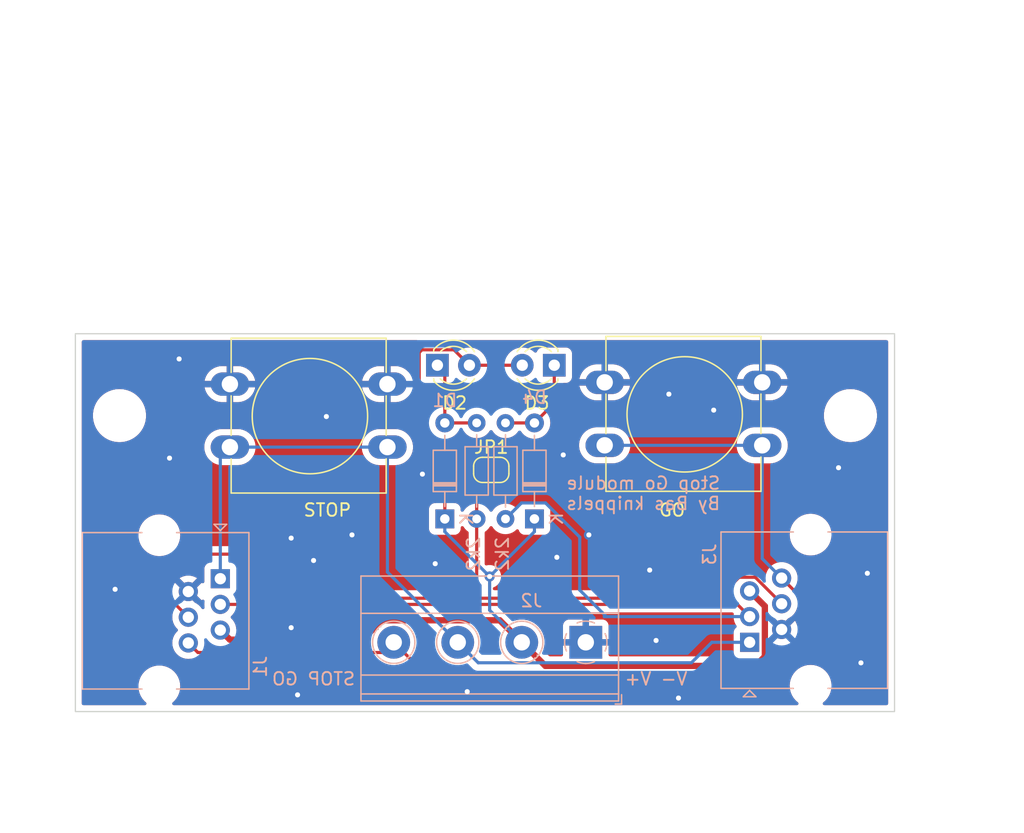
<source format=kicad_pcb>
(kicad_pcb (version 20221018) (generator pcbnew)
  (layers (0 "F.Cu" signal) (31 "B.Cu" signal) (34 "B.Paste" user) (35 "F.Paste" user) (36 "B.SilkS" user "B.Silkscreen") (37 "F.SilkS" user "F.Silkscreen") (38 "B.Mask" user) (39 "F.Mask" user) (44 "Edge.Cuts" user))
  (net 0 "")
  (net 1 "GND")
  (net 2 "/STOP")
  (net 3 "/STOP_LED")
  (net 4 "/GO_LED")
  (net 5 "VCC")
  (net 6 "/GO")
  (net 7 "Net-(D2-Pad1)")
  (net 8 "Net-(D3-Pad1)")
  (footprint "Jumper:SolderJumper-2_P1.3mm_Open_RoundedPad1.0x1.5mm" (layer "F.Cu") (at 166.5 88.31)
    (fp_text reference "JP1" (at 0 -1.8) (layer "F.SilkS"))
    (fp_text value "SolderJumper_2_Open")
    (fp_line (start -1.4 0.3) (end -1.4 -0.3) (stroke (width 0.12)) (layer "F.SilkS"))
    (fp_line (start -0.7 -1) (end 0.7 -1) (stroke (width 0.12)) (layer "F.SilkS"))
    (fp_line (start 0.7 1) (end -0.7 1) (stroke (width 0.12)) (layer "F.SilkS"))
    (fp_line (start 1.4 -0.3) (end 1.4 0.3) (stroke (width 0.12)) (layer "F.SilkS"))
    (fp_arc (start -1.4 -0.3) (mid -1.194975 -0.794975) (end -0.7 -1) (stroke (width 0.12)) (layer "F.SilkS"))
    (fp_arc (start -0.7 1) (mid -1.194975 0.794975) (end -1.4 0.3) (stroke (width 0.12)) (layer "F.SilkS"))
    (fp_arc (start 0.7 -1) (mid 1.194975 -0.794975) (end 1.4 -0.3) (stroke (width 0.12)) (layer "F.SilkS"))
    (fp_arc (start 1.4 0.3) (mid 1.194975 0.794975) (end 0.7 1) (stroke (width 0.12)) (layer "F.SilkS"))
    (pad "1" smd custom (at -0.65 0) (size 1 0.5) (layers "F.Cu" "F.Mask") (net 4 "/GO_LED") (options (clearance outline) (anchor rect)) (primitives (gr_circle (center 0 0.25) (end 0.5 0.25) (width 0) (fill yes)) (gr_circle (center 0 -0.25) (end 0.5 -0.25) (width 0) (fill yes)) (gr_poly (pts (xy 0.5 0.75) (xy 0 0.75) (xy 0 -0.75) (xy 0.5 -0.75)) (width 0) (fill yes))))
    (pad "2" smd custom (at 0.65 0) (size 1 0.5) (layers "F.Cu" "F.Mask") (net 1 "GND") (options (clearance outline) (anchor rect)) (primitives (gr_circle (center 0 0.25) (end 0.5 0.25) (width 0) (fill yes)) (gr_circle (center 0 -0.25) (end 0.5 -0.25) (width 0) (fill yes)) (gr_poly (pts (xy 0 0.75) (xy -0.5 0.75) (xy -0.5 -0.75) (xy 0 -0.75)) (width 0) (fill yes))))
  )
  (footprint "LED_THT:LED_D3.0mm" (layer "F.Cu") (at 171.5 80 180)
    (fp_text reference "D3" (at 1.366487 -3) (layer "F.SilkS"))
    (fp_text value "LED")
    (fp_line (start -0.29 -1.236) (end -0.29 -1.08) (stroke (width 0.12)) (layer "F.SilkS"))
    (fp_line (start -0.29 1.08) (end -0.29 1.236) (stroke (width 0.12)) (layer "F.SilkS"))
    (fp_arc (start -0.29 -1.235516) (mid 1.366487 -1.987659) (end 2.942335 -1.078608) (stroke (width 0.12)) (layer "F.SilkS"))
    (fp_arc (start 0.229039 -1.08) (mid 1.270117 -1.5) (end 2.31113 -1.079837) (stroke (width 0.12)) (layer "F.SilkS"))
    (fp_arc (start 2.31113 1.079837) (mid 1.270117 1.5) (end 0.229039 1.08) (stroke (width 0.12)) (layer "F.SilkS"))
    (fp_arc (start 2.942335 1.078608) (mid 1.366487 1.987659) (end -0.29 1.235516) (stroke (width 0.12)) (layer "F.SilkS"))
    (pad "1" thru_hole rect (at 0 0 180) (size 1.8 1.8) (drill 0.9) (layers "*.Cu" "*.Mask") (net 8 "Net-(D3-Pad1)"))
    (pad "2" thru_hole circle (at 2.54 0 180) (size 1.8 1.8) (drill 0.9) (layers "*.Cu" "*.Mask") (net 5 "VCC"))
  )
  (footprint "MountingHole:MountingHole_3.2mm_M3" (layer "F.Cu") (at 137 84)
    (fp_text reference "REF**" hide)
    (fp_text value "MountingHole_3.2mm_M3")
    (pad "" np_thru_hole circle (at 0 0) (size 3.2 3.2) (drill 3.2) (layers "*.Cu" "*.Mask"))
  )
  (footprint "MountingHole:MountingHole_3.2mm_M3" (layer "F.Cu") (at 195 84)
    (fp_text reference "REF**" hide)
    (fp_text value "MountingHole_3.2mm_M3")
    (pad "" np_thru_hole circle (at 0 0) (size 3.2 3.2) (drill 3.2) (layers "*.Cu" "*.Mask"))
  )
  (footprint "Button_Switch_THT:SW_PUSH-12mm" (layer "F.Cu") (at 175.5 81.36)
    (fp_text reference "GO" (at 5.348 10.14) (layer "F.SilkS"))
    (fp_text value "SW_SPST")
    (fp_line (start 0.1 -3.65) (end 12.4 -3.65) (stroke (width 0.12)) (layer "F.SilkS"))
    (fp_line (start 0.1 -0.93) (end 0.1 -3.65) (stroke (width 0.12)) (layer "F.SilkS"))
    (fp_line (start 0.1 4.07) (end 0.1 0.93) (stroke (width 0.12)) (layer "F.SilkS"))
    (fp_line (start 0.1 8.65) (end 0.1 5.93) (stroke (width 0.12)) (layer "F.SilkS"))
    (fp_line (start 12.4 -3.65) (end 12.4 -0.93) (stroke (width 0.12)) (layer "F.SilkS"))
    (fp_line (start 12.4 0.93) (end 12.4 4.07) (stroke (width 0.12)) (layer "F.SilkS"))
    (fp_line (start 12.4 5.93) (end 12.4 8.65) (stroke (width 0.12)) (layer "F.SilkS"))
    (fp_line (start 12.4 8.65) (end 0.1 8.65) (stroke (width 0.12)) (layer "F.SilkS"))
    (fp_circle (center 6.35 2.54) (end 10.16 5.08) (stroke (width 0.12)) (fill none) (layer "F.SilkS"))
    (pad "1" thru_hole oval (at 0 0) (size 3.048 1.85) (drill 1.3) (layers "*.Cu" "*.Mask") (net 1 "GND"))
    (pad "1" thru_hole oval (at 12.5 0) (size 3.048 1.85) (drill 1.3) (layers "*.Cu" "*.Mask") (net 1 "GND"))
    (pad "2" thru_hole oval (at 0 5) (size 3.048 1.85) (drill 1.3) (layers "*.Cu" "*.Mask") (net 6 "/GO"))
    (pad "2" thru_hole oval (at 12.5 5) (size 3.048 1.85) (drill 1.3) (layers "*.Cu" "*.Mask") (net 6 "/GO"))
  )
  (footprint "Button_Switch_THT:SW_PUSH-12mm" (layer "F.Cu") (at 145.76 81.5)
    (fp_text reference "STOP" (at 7.74 10) (layer "F.SilkS"))
    (fp_text value "SW_SPST")
    (fp_line (start 0.1 -3.65) (end 12.4 -3.65) (stroke (width 0.12)) (layer "F.SilkS"))
    (fp_line (start 0.1 -0.93) (end 0.1 -3.65) (stroke (width 0.12)) (layer "F.SilkS"))
    (fp_line (start 0.1 4.07) (end 0.1 0.93) (stroke (width 0.12)) (layer "F.SilkS"))
    (fp_line (start 0.1 8.65) (end 0.1 5.93) (stroke (width 0.12)) (layer "F.SilkS"))
    (fp_line (start 12.4 -3.65) (end 12.4 -0.93) (stroke (width 0.12)) (layer "F.SilkS"))
    (fp_line (start 12.4 0.93) (end 12.4 4.07) (stroke (width 0.12)) (layer "F.SilkS"))
    (fp_line (start 12.4 5.93) (end 12.4 8.65) (stroke (width 0.12)) (layer "F.SilkS"))
    (fp_line (start 12.4 8.65) (end 0.1 8.65) (stroke (width 0.12)) (layer "F.SilkS"))
    (fp_circle (center 6.35 2.54) (end 10.16 5.08) (stroke (width 0.12)) (fill none) (layer "F.SilkS"))
    (pad "1" thru_hole oval (at 0 0) (size 3.048 1.85) (drill 1.3) (layers "*.Cu" "*.Mask") (net 1 "GND"))
    (pad "1" thru_hole oval (at 12.5 0) (size 3.048 1.85) (drill 1.3) (layers "*.Cu" "*.Mask") (net 1 "GND"))
    (pad "2" thru_hole oval (at 0 5) (size 3.048 1.85) (drill 1.3) (layers "*.Cu" "*.Mask") (net 2 "/STOP"))
    (pad "2" thru_hole oval (at 12.5 5) (size 3.048 1.85) (drill 1.3) (layers "*.Cu" "*.Mask") (net 2 "/STOP"))
  )
  (footprint "LED_THT:LED_D3.0mm" (layer "F.Cu") (at 162.225 80)
    (fp_text reference "D2" (at 1.366487 3) (layer "F.SilkS"))
    (fp_text value "LED")
    (fp_line (start -0.29 -1.236) (end -0.29 -1.08) (stroke (width 0.12)) (layer "F.SilkS"))
    (fp_line (start -0.29 1.08) (end -0.29 1.236) (stroke (width 0.12)) (layer "F.SilkS"))
    (fp_arc (start -0.29 -1.235516) (mid 1.366487 -1.987659) (end 2.942335 -1.078608) (stroke (width 0.12)) (layer "F.SilkS"))
    (fp_arc (start 0.229039 -1.08) (mid 1.270117 -1.5) (end 2.31113 -1.079837) (stroke (width 0.12)) (layer "F.SilkS"))
    (fp_arc (start 2.31113 1.079837) (mid 1.270117 1.5) (end 0.229039 1.08) (stroke (width 0.12)) (layer "F.SilkS"))
    (fp_arc (start 2.942335 1.078608) (mid 1.366487 1.987659) (end -0.29 1.235516) (stroke (width 0.12)) (layer "F.SilkS"))
    (pad "1" thru_hole rect (at 0 0) (size 1.8 1.8) (drill 0.9) (layers "*.Cu" "*.Mask") (net 7 "Net-(D2-Pad1)"))
    (pad "2" thru_hole circle (at 2.54 0) (size 1.8 1.8) (drill 0.9) (layers "*.Cu" "*.Mask") (net 5 "VCC"))
  )
  (footprint "TerminalBlock_Phoenix:TerminalBlock_Phoenix_MKDS-1,5-4-5.08_1x04_P5.08mm_Horizontal" (layer "B.Cu") (at 174 102 180)
    (fp_text reference "J2" (at 4.318 3.302) (layer "B.SilkS") (effects (justify mirror)))
    (fp_text value "Screw_Terminal_01x04")
    (fp_line (start -2.84 -4.9) (end -2.34 -4.9) (stroke (width 0.12)) (layer "B.SilkS"))
    (fp_line (start -2.84 -4.16) (end -2.84 -4.9) (stroke (width 0.12)) (layer "B.SilkS"))
    (fp_line (start -2.6 -4.66) (end 17.84 -4.66) (stroke (width 0.12)) (layer "B.SilkS"))
    (fp_line (start -2.6 -4.1) (end 17.84 -4.1) (stroke (width 0.12)) (layer "B.SilkS"))
    (fp_line (start -2.6 -2.6) (end 17.84 -2.6) (stroke (width 0.12)) (layer "B.SilkS"))
    (fp_line (start -2.6 2.301) (end 17.84 2.301) (stroke (width 0.12)) (layer "B.SilkS"))
    (fp_line (start -2.6 5.261) (end -2.6 -4.66) (stroke (width 0.12)) (layer "B.SilkS"))
    (fp_line (start -2.6 5.261) (end 17.84 5.261) (stroke (width 0.12)) (layer "B.SilkS"))
    (fp_line (start 3.853 -1.023) (end 3.806 -1.069) (stroke (width 0.12)) (layer "B.SilkS"))
    (fp_line (start 4.046 -1.239) (end 4.011 -1.274) (stroke (width 0.12)) (layer "B.SilkS"))
    (fp_line (start 6.15 1.275) (end 6.115 1.239) (stroke (width 0.12)) (layer "B.SilkS"))
    (fp_line (start 6.355 1.069) (end 6.308 1.023) (stroke (width 0.12)) (layer "B.SilkS"))
    (fp_line (start 8.933 -1.023) (end 8.886 -1.069) (stroke (width 0.12)) (layer "B.SilkS"))
    (fp_line (start 9.126 -1.239) (end 9.091 -1.274) (stroke (width 0.12)) (layer "B.SilkS"))
    (fp_line (start 11.23 1.275) (end 11.195 1.239) (stroke (width 0.12)) (layer "B.SilkS"))
    (fp_line (start 11.435 1.069) (end 11.388 1.023) (stroke (width 0.12)) (layer "B.SilkS"))
    (fp_line (start 14.013 -1.023) (end 13.966 -1.069) (stroke (width 0.12)) (layer "B.SilkS"))
    (fp_line (start 14.206 -1.239) (end 14.171 -1.274) (stroke (width 0.12)) (layer "B.SilkS"))
    (fp_line (start 16.31 1.275) (end 16.275 1.239) (stroke (width 0.12)) (layer "B.SilkS"))
    (fp_line (start 16.515 1.069) (end 16.468 1.023) (stroke (width 0.12)) (layer "B.SilkS"))
    (fp_line (start 17.84 5.261) (end 17.84 -4.66) (stroke (width 0.12)) (layer "B.SilkS"))
    (fp_arc (start -1.535 0.684) (mid -1.680501 0.000524) (end -1.535427 -0.683042) (stroke (width 0.12)) (layer "B.SilkS"))
    (fp_arc (start -0.684 -1.535) (mid -0.335551 -1.646659) (end 0.028805 -1.680253) (stroke (width 0.12)) (layer "B.SilkS"))
    (fp_arc (start 0 -1.68) (mid 0.349292 -1.643288) (end 0.683318 -1.534756) (stroke (width 0.12)) (layer "B.SilkS"))
    (fp_arc (start 0.684 1.535) (mid 0.000524 1.680501) (end -0.683042 1.535427) (stroke (width 0.12)) (layer "B.SilkS"))
    (fp_arc (start 1.535 -0.684) (mid 1.6805 -0.000524) (end 1.535427 0.683042) (stroke (width 0.12)) (layer "B.SilkS"))
    (fp_circle (center 5.08 0) (end 6.76 0) (stroke (width 0.12)) (fill none) (layer "B.SilkS"))
    (fp_circle (center 10.16 0) (end 11.84 0) (stroke (width 0.12)) (fill none) (layer "B.SilkS"))
    (fp_circle (center 15.24 0) (end 16.92 0) (stroke (width 0.12)) (fill none) (layer "B.SilkS"))
    (pad "1" thru_hole rect (at 0 0 180) (size 2.6 2.6) (drill 1.3) (layers "*.Cu" "*.Mask") (net 1 "GND"))
    (pad "2" thru_hole circle (at 5.08 0 180) (size 2.6 2.6) (drill 1.3) (layers "*.Cu" "*.Mask") (net 5 "VCC"))
    (pad "3" thru_hole circle (at 10.16 0 180) (size 2.6 2.6) (drill 1.3) (layers "*.Cu" "*.Mask") (net 2 "/STOP"))
    (pad "4" thru_hole circle (at 15.24 0 180) (size 2.6 2.6) (drill 1.3) (layers "*.Cu" "*.Mask") (net 6 "/GO"))
  )
  (footprint "Resistor_THT:R_Axial_DIN0204_L3.6mm_D1.6mm_P7.62mm_Horizontal" (layer "B.Cu") (at 167.628 92.202 90)
    (fp_text reference "R2" hide)
    (fp_text value "2k2" (at -2.794 -0.254 90) (layer "B.SilkS") (effects (justify mirror)))
    (fp_line (start 0.94 0) (end 1.89 0) (stroke (width 0.12)) (layer "B.SilkS"))
    (fp_line (start 1.89 -0.92) (end 5.73 -0.92) (stroke (width 0.12)) (layer "B.SilkS"))
    (fp_line (start 1.89 0.92) (end 1.89 -0.92) (stroke (width 0.12)) (layer "B.SilkS"))
    (fp_line (start 5.73 -0.92) (end 5.73 0.92) (stroke (width 0.12)) (layer "B.SilkS"))
    (fp_line (start 5.73 0.92) (end 1.89 0.92) (stroke (width 0.12)) (layer "B.SilkS"))
    (fp_line (start 6.68 0) (end 5.73 0) (stroke (width 0.12)) (layer "B.SilkS"))
    (pad "1" thru_hole circle (at 0 0 90) (size 1.4 1.4) (drill 0.7) (layers "*.Cu" "*.Mask") (net 3 "/STOP_LED"))
    (pad "2" thru_hole oval (at 7.62 0 90) (size 1.4 1.4) (drill 0.7) (layers "*.Cu" "*.Mask") (net 8 "Net-(D3-Pad1)"))
  )
  (footprint "Diode_THT:D_DO-34_SOD68_P7.62mm_Horizontal" (layer "B.Cu") (at 162.814 92.202 90)
    (fp_text reference "D1" (at 9.403 0) (layer "B.SilkS") (effects (justify mirror)))
    (fp_text value "D")
    (fp_text user "K" (at 0 1.75 90) (layer "B.SilkS") (effects (justify mirror)))
    (fp_line (start 0.99 0) (end 2.17 0) (stroke (width 0.12)) (layer "B.SilkS"))
    (fp_line (start 2.17 -0.92) (end 5.45 -0.92) (stroke (width 0.12)) (layer "B.SilkS"))
    (fp_line (start 2.17 0.92) (end 2.17 -0.92) (stroke (width 0.12)) (layer "B.SilkS"))
    (fp_line (start 2.626 0.92) (end 2.626 -0.92) (stroke (width 0.12)) (layer "B.SilkS"))
    (fp_line (start 2.746 0.92) (end 2.746 -0.92) (stroke (width 0.12)) (layer "B.SilkS"))
    (fp_line (start 2.866 0.92) (end 2.866 -0.92) (stroke (width 0.12)) (layer "B.SilkS"))
    (fp_line (start 5.45 -0.92) (end 5.45 0.92) (stroke (width 0.12)) (layer "B.SilkS"))
    (fp_line (start 5.45 0.92) (end 2.17 0.92) (stroke (width 0.12)) (layer "B.SilkS"))
    (fp_line (start 6.63 0) (end 5.45 0) (stroke (width 0.12)) (layer "B.SilkS"))
    (pad "1" thru_hole rect (at 0 0 90) (size 1.5 1.5) (drill 0.75) (layers "*.Cu" "*.Mask") (net 5 "VCC"))
    (pad "2" thru_hole oval (at 7.62 0 90) (size 1.5 1.5) (drill 0.75) (layers "*.Cu" "*.Mask") (net 7 "Net-(D2-Pad1)"))
  )
  (footprint "Resistor_THT:R_Axial_DIN0204_L3.6mm_D1.6mm_P7.62mm_Horizontal" (layer "B.Cu") (at 165.342 92.202 90)
    (fp_text reference "R1" hide)
    (fp_text value "2k2" (at -2.794 -0.254 90) (layer "B.SilkS") (effects (justify mirror)))
    (fp_line (start 0.94 0) (end 1.89 0) (stroke (width 0.12)) (layer "B.SilkS"))
    (fp_line (start 1.89 -0.92) (end 5.73 -0.92) (stroke (width 0.12)) (layer "B.SilkS"))
    (fp_line (start 1.89 0.92) (end 1.89 -0.92) (stroke (width 0.12)) (layer "B.SilkS"))
    (fp_line (start 5.73 -0.92) (end 5.73 0.92) (stroke (width 0.12)) (layer "B.SilkS"))
    (fp_line (start 5.73 0.92) (end 1.89 0.92) (stroke (width 0.12)) (layer "B.SilkS"))
    (fp_line (start 6.68 0) (end 5.73 0) (stroke (width 0.12)) (layer "B.SilkS"))
    (pad "1" thru_hole circle (at 0 0 90) (size 1.4 1.4) (drill 0.7) (layers "*.Cu" "*.Mask") (net 4 "/GO_LED"))
    (pad "2" thru_hole oval (at 7.62 0 90) (size 1.4 1.4) (drill 0.7) (layers "*.Cu" "*.Mask") (net 7 "Net-(D2-Pad1)"))
  )
  (footprint "Diode_THT:D_DO-34_SOD68_P7.62mm_Horizontal" (layer "B.Cu") (at 169.926 92.202 90)
    (fp_text reference "D4" (at 9.657 0) (layer "B.SilkS") (effects (justify mirror)))
    (fp_text value "D")
    (fp_text user "K" (at 0 1.75 90) (layer "B.SilkS") (effects (justify mirror)))
    (fp_line (start 0.99 0) (end 2.17 0) (stroke (width 0.12)) (layer "B.SilkS"))
    (fp_line (start 2.17 -0.92) (end 5.45 -0.92) (stroke (width 0.12)) (layer "B.SilkS"))
    (fp_line (start 2.17 0.92) (end 2.17 -0.92) (stroke (width 0.12)) (layer "B.SilkS"))
    (fp_line (start 2.626 0.92) (end 2.626 -0.92) (stroke (width 0.12)) (layer "B.SilkS"))
    (fp_line (start 2.746 0.92) (end 2.746 -0.92) (stroke (width 0.12)) (layer "B.SilkS"))
    (fp_line (start 2.866 0.92) (end 2.866 -0.92) (stroke (width 0.12)) (layer "B.SilkS"))
    (fp_line (start 5.45 -0.92) (end 5.45 0.92) (stroke (width 0.12)) (layer "B.SilkS"))
    (fp_line (start 5.45 0.92) (end 2.17 0.92) (stroke (width 0.12)) (layer "B.SilkS"))
    (fp_line (start 6.63 0) (end 5.45 0) (stroke (width 0.12)) (layer "B.SilkS"))
    (pad "1" thru_hole rect (at 0 0 90) (size 1.5 1.5) (drill 0.75) (layers "*.Cu" "*.Mask") (net 5 "VCC"))
    (pad "2" thru_hole oval (at 7.62 0 90) (size 1.5 1.5) (drill 0.75) (layers "*.Cu" "*.Mask") (net 8 "Net-(D3-Pad1)"))
  )
  (footprint "Connector_RJ:RJ25_Wayconn_MJEA-660X1_Horizontal" (layer "B.Cu") (at 187 102 -90)
    (fp_text reference "J3" (at -6.985 3.175 90) (layer "B.SilkS") (effects (justify mirror)))
    (fp_text value "RJ12")
    (fp_line (start -8.76 -10.95) (end 3.66 -10.95) (stroke (width 0.12)) (layer "B.SilkS"))
    (fp_line (start -8.76 -6.22) (end -8.76 -10.95) (stroke (width 0.12)) (layer "B.SilkS"))
    (fp_line (start -8.76 2.27) (end -8.76 -3.47) (stroke (width 0.12)) (layer "B.SilkS"))
    (fp_line (start -8.76 2.27) (end 3.66 2.27) (stroke (width 0.12)) (layer "B.SilkS"))
    (fp_line (start 3.66 -6.22) (end 3.66 -10.95) (stroke (width 0.12)) (layer "B.SilkS"))
    (fp_line (start 3.66 2.27) (end 3.66 -3.47) (stroke (width 0.12)) (layer "B.SilkS"))
    (fp_line (start 3.82 0) (end 4.32 -0.5) (stroke (width 0.12)) (layer "B.SilkS"))
    (fp_line (start 4.32 0.5) (end 3.82 0) (stroke (width 0.12)) (layer "B.SilkS"))
    (fp_line (start 4.32 0.5) (end 4.32 -0.5) (stroke (width 0.12)) (layer "B.SilkS"))
    (pad "" np_thru_hole circle (at -8.55 -4.84 270) (size 2.3 2.3) (drill 2.3) (layers "*.Cu" "*.Mask"))
    (pad "" np_thru_hole circle (at 3.45 -4.84 270) (size 2.3 2.3) (drill 2.3) (layers "*.Cu" "*.Mask"))
    (pad "1" thru_hole rect (at 0 0 270) (size 1.52 1.52) (drill 0.9) (layers "*.Cu" "*.Mask") (net 2 "/STOP"))
    (pad "2" thru_hole circle (at -1.02 -2.54 270) (size 1.52 1.52) (drill 0.9) (layers "*.Cu" "*.Mask") (net 1 "GND"))
    (pad "3" thru_hole circle (at -2.04 0 270) (size 1.52 1.52) (drill 0.9) (layers "*.Cu" "*.Mask") (net 3 "/STOP_LED"))
    (pad "4" thru_hole circle (at -3.06 -2.54 270) (size 1.52 1.52) (drill 0.9) (layers "*.Cu" "*.Mask") (net 4 "/GO_LED"))
    (pad "5" thru_hole circle (at -4.08 0 270) (size 1.52 1.52) (drill 0.9) (layers "*.Cu" "*.Mask") (net 5 "VCC"))
    (pad "6" thru_hole circle (at -5.1 -2.54 270) (size 1.52 1.52) (drill 0.9) (layers "*.Cu" "*.Mask") (net 6 "/GO"))
  )
  (footprint "Connector_RJ:RJ25_Wayconn_MJEA-660X1_Horizontal" (layer "B.Cu") (at 145 96.95 90)
    (fp_text reference "J1" (at -6.985 3.175 90) (layer "B.SilkS") (effects (justify mirror)))
    (fp_text value "RJ12")
    (fp_line (start -8.76 -10.95) (end 3.66 -10.95) (stroke (width 0.12)) (layer "B.SilkS"))
    (fp_line (start -8.76 -6.22) (end -8.76 -10.95) (stroke (width 0.12)) (layer "B.SilkS"))
    (fp_line (start -8.76 2.27) (end -8.76 -3.47) (stroke (width 0.12)) (layer "B.SilkS"))
    (fp_line (start -8.76 2.27) (end 3.66 2.27) (stroke (width 0.12)) (layer "B.SilkS"))
    (fp_line (start 3.66 -6.22) (end 3.66 -10.95) (stroke (width 0.12)) (layer "B.SilkS"))
    (fp_line (start 3.66 2.27) (end 3.66 -3.47) (stroke (width 0.12)) (layer "B.SilkS"))
    (fp_line (start 3.82 0) (end 4.32 -0.5) (stroke (width 0.12)) (layer "B.SilkS"))
    (fp_line (start 4.32 0.5) (end 3.82 0) (stroke (width 0.12)) (layer "B.SilkS"))
    (fp_line (start 4.32 0.5) (end 4.32 -0.5) (stroke (width 0.12)) (layer "B.SilkS"))
    (pad "" np_thru_hole circle (at -8.55 -4.84 90) (size 2.3 2.3) (drill 2.3) (layers "*.Cu" "*.Mask"))
    (pad "" np_thru_hole circle (at 3.45 -4.84 90) (size 2.3 2.3) (drill 2.3) (layers "*.Cu" "*.Mask"))
    (pad "1" thru_hole rect (at 0 0 90) (size 1.52 1.52) (drill 0.9) (layers "*.Cu" "*.Mask") (net 2 "/STOP"))
    (pad "2" thru_hole circle (at -1.02 -2.54 90) (size 1.52 1.52) (drill 0.9) (layers "*.Cu" "*.Mask") (net 1 "GND"))
    (pad "3" thru_hole circle (at -2.04 0 90) (size 1.52 1.52) (drill 0.9) (layers "*.Cu" "*.Mask") (net 3 "/STOP_LED"))
    (pad "4" thru_hole circle (at -3.06 -2.54 90) (size 1.52 1.52) (drill 0.9) (layers "*.Cu" "*.Mask") (net 4 "/GO_LED"))
    (pad "5" thru_hole circle (at -4.08 0 90) (size 1.52 1.52) (drill 0.9) (layers "*.Cu" "*.Mask") (net 5 "VCC"))
    (pad "6" thru_hole circle (at -5.1 -2.54 90) (size 1.52 1.52) (drill 0.9) (layers "*.Cu" "*.Mask") (net 6 "/GO"))
  )
  (gr_rect (start 133.5 77.5) (end 198.5 107.5) (stroke (width 0.1)) (fill none) (layer "Edge.Cuts"))
  (gr_text "STOP GO" (at 152.4 104.902) (layer "B.SilkS") (effects (font (size 1 1)) (justify mirror)))
  (gr_text "V- V+" (at 179.578 104.902) (layer "B.SilkS") (effects (font (size 1 1)) (justify mirror)))
  (gr_text "Stop Go module\nBy Bas knippels" (at 178.562 90.17) (layer "B.SilkS") (effects (font (size 1 1)) (justify mirror)))
  (via (at 140.97 87.376) (size 0.8) (drill 0.4) (layers "F.Cu" "B.Cu") (net 1))
  (via (at 164.592 105.918) (size 0.8) (drill 0.4) (layers "F.Cu" "B.Cu") (net 1))
  (via (at 150.622 93.726) (size 0.8) (drill 0.4) (layers "F.Cu" "B.Cu") (net 1))
  (via (at 196.342 96.52) (size 0.8) (drill 0.4) (layers "F.Cu" "B.Cu") (net 1))
  (via (at 194.056 88.138) (size 0.8) (drill 0.4) (layers "F.Cu" "B.Cu") (net 1))
  (via (at 155.448 93.472) (size 0.8) (drill 0.4) (layers "F.Cu" "B.Cu") (net 1))
  (via (at 152.4 95.504) (size 0.8) (drill 0.4) (layers "F.Cu" "B.Cu") (net 1))
  (via (at 150.622 100.838) (size 0.8) (drill 0.4) (layers "F.Cu" "B.Cu") (net 1))
  (via (at 172.212 87.122) (size 0.8) (drill 0.4) (layers "F.Cu" "B.Cu") (net 1))
  (via (at 153.416 84.074) (size 0.8) (drill 0.4) (layers "F.Cu" "B.Cu") (net 1))
  (via (at 141.732 79.502) (size 0.8) (drill 0.4) (layers "F.Cu" "B.Cu") (net 1))
  (via (at 151.13 106.172) (size 0.8) (drill 0.4) (layers "F.Cu" "B.Cu") (net 1))
  (via (at 174.244 93.472) (size 0.8) (drill 0.4) (layers "F.Cu" "B.Cu") (net 1))
  (via (at 136.652 97.79) (size 0.8) (drill 0.4) (layers "F.Cu" "B.Cu") (net 1))
  (via (at 171.704 95.25) (size 0.8) (drill 0.4) (layers "F.Cu" "B.Cu") (net 1))
  (via (at 179.578 101.854) (size 0.8) (drill 0.4) (layers "F.Cu" "B.Cu") (net 1))
  (via (at 181.356 106.426) (size 0.8) (drill 0.4) (layers "F.Cu" "B.Cu") (net 1))
  (via (at 162.052 95.758) (size 0.8) (drill 0.4) (layers "F.Cu" "B.Cu") (net 1))
  (via (at 179.07 96.266) (size 0.8) (drill 0.4) (layers "F.Cu" "B.Cu") (net 1))
  (via (at 161.036 88.646) (size 0.8) (drill 0.4) (layers "F.Cu" "B.Cu") (net 1))
  (via (at 195.834 103.632) (size 0.8) (drill 0.4) (layers "F.Cu" "B.Cu") (net 1))
  (via (at 180.594 82.296) (size 0.8) (drill 0.4) (layers "F.Cu" "B.Cu") (net 1))
  (via (at 184.15 83.566) (size 0.8) (drill 0.4) (layers "F.Cu" "B.Cu") (net 1))
  (segment (start 158.26 96.42) (end 158.26 86.5) (width 0.25) (layer "B.Cu") (net 2))
  (segment (start 165.464511 103.624511) (end 182.379489 103.624511) (width 0.25) (layer "B.Cu") (net 2))
  (segment (start 145.76 86.5) (end 158.26 86.5) (width 0.25) (layer "B.Cu") (net 2))
  (segment (start 163.84 102) (end 158.26 96.42) (width 0.25) (layer "B.Cu") (net 2))
  (segment (start 145 87.26) (end 145.76 86.5) (width 0.25) (layer "B.Cu") (net 2))
  (segment (start 145 96.95) (end 145 87.26) (width 0.25) (layer "B.Cu") (net 2))
  (segment (start 184.004 102) (end 187 102) (width 0.25) (layer "B.Cu") (net 2))
  (segment (start 182.379489 103.624511) (end 184.004 102) (width 0.25) (layer "B.Cu") (net 2))
  (segment (start 163.84 102) (end 165.464511 103.624511) (width 0.25) (layer "B.Cu") (net 2))
  (segment (start 186.03 98.99) (end 187 99.96) (width 0.25) (layer "F.Cu") (net 3))
  (segment (start 145 98.99) (end 186.03 98.99) (width 0.25) (layer "F.Cu") (net 3))
  (segment (start 168.898 90.932) (end 167.628 92.202) (width 0.25) (layer "B.Cu") (net 3))
  (segment (start 175.63 99.96) (end 173.519489 97.849489) (width 0.25) (layer "B.Cu") (net 3))
  (segment (start 175.463 99.96) (end 175.63 99.96) (width 0.25) (layer "B.Cu") (net 3))
  (segment (start 175.63 99.96) (end 187 99.96) (width 0.25) (layer "B.Cu") (net 3))
  (segment (start 170.805022 90.932) (end 168.898 90.932) (width 0.25) (layer "B.Cu") (net 3))
  (segment (start 173.519489 93.646467) (end 170.805022 90.932) (width 0.25) (layer "B.Cu") (net 3))
  (segment (start 173.519489 97.849489) (end 173.519489 93.646467) (width 0.25) (layer "B.Cu") (net 3))
  (segment (start 140.5 98.05) (end 142.46 100.01) (width 0.25) (layer "F.Cu") (net 4))
  (segment (start 140.5 96.5) (end 140.5 98.05) (width 0.25) (layer "F.Cu") (net 4))
  (segment (start 165.342 98.158) (end 165.342 98.182) (width 0.25) (layer "F.Cu") (net 4))
  (segment (start 189.54 98.94) (end 189.54 98.926269) (width 0.25) (layer "F.Cu") (net 4))
  (segment (start 165.342 88.818) (end 165.85 88.31) (width 0.25) (layer "F.Cu") (net 4))
  (segment (start 150 98.5) (end 146.5 95) (width 0.25) (layer "F.Cu") (net 4))
  (segment (start 187.44922 96.835489) (end 186.164511 96.835489) (width 0.25) (layer "F.Cu") (net 4))
  (segment (start 189.54 98.926269) (end 187.44922 96.835489) (width 0.25) (layer "F.Cu") (net 4))
  (segment (start 146.5 95) (end 142 95) (width 0.25) (layer "F.Cu") (net 4))
  (segment (start 165.342 98.182) (end 165.66 98.5) (width 0.25) (layer "F.Cu") (net 4))
  (segment (start 165.342 92.125) (end 165.342 88.818) (width 0.25) (layer "F.Cu") (net 4))
  (segment (start 165.342 98.342) (end 165.342 92.125) (width 0.25) (layer "F.Cu") (net 4))
  (segment (start 165.342 98.158) (end 165.342 98.342) (width 0.25) (layer "F.Cu") (net 4))
  (segment (start 184.5 98.5) (end 165.66 98.5) (width 0.25) (layer "F.Cu") (net 4))
  (segment (start 165.5 98.5) (end 150 98.5) (width 0.25) (layer "F.Cu") (net 4))
  (segment (start 186.164511 96.835489) (end 184.5 98.5) (width 0.25) (layer "F.Cu") (net 4))
  (segment (start 165.342 98.342) (end 165.5 98.5) (width 0.25) (layer "F.Cu") (net 4))
  (segment (start 142 95) (end 140.5 96.5) (width 0.25) (layer "F.Cu") (net 4))
  (segment (start 165.66 98.5) (end 165.5 98.5) (width 0.25) (layer "F.Cu") (net 4))
  (segment (start 165 98.5) (end 165.342 98.158) (width 0.25) (layer "F.Cu") (net 4))
  (segment (start 170.795 103.875) (end 168.92 102) (width 0.5) (layer "F.Cu") (net 5))
  (segment (start 160.782 78.993978) (end 161.000489 78.775489) (width 0.25) (layer "F.Cu") (net 5))
  (segment (start 145 101.03) (end 145.76 101.79) (width 0.5) (layer "F.Cu") (net 5))
  (segment (start 187 97.92) (end 188.209511 99.129511) (width 0.5) (layer "F.Cu") (net 5))
  (segment (start 162.814 86.614) (end 160.782 84.582) (width 0.25) (layer "F.Cu") (net 5))
  (segment (start 167.170489 100.250489) (end 168.92 102) (width 0.5) (layer "F.Cu") (net 5))
  (segment (start 156.274 101.79) (end 157.813511 100.250489) (width 0.5) (layer "F.Cu") (net 5))
  (segment (start 157.813511 100.250489) (end 167.170489 100.250489) (width 0.5) (layer "F.Cu") (net 5))
  (segment (start 161.000489 78.775489) (end 163.540489 78.775489) (width 0.25) (layer "F.Cu") (net 5))
  (segment (start 160.782 84.582) (end 160.782 78.993978) (width 0.25) (layer "F.Cu") (net 5))
  (segment (start 187.463 103.875) (end 170.795 103.875) (width 0.5) (layer "F.Cu") (net 5))
  (segment (start 188.209511 99.129511) (end 188.209511 103.128489) (width 0.5) (layer "F.Cu") (net 5))
  (segment (start 163.540489 78.775489) (end 164.765 80) (width 0.25) (layer "F.Cu") (net 5))
  (segment (start 168.96 80) (end 164.765 80) (width 0.25) (layer "F.Cu") (net 5))
  (segment (start 162.814 92.202) (end 162.814 86.614) (width 0.25) (layer "F.Cu") (net 5))
  (segment (start 188.209511 103.128489) (end 187.463 103.875) (width 0.5) (layer "F.Cu") (net 5))
  (segment (start 145.76 101.79) (end 156.274 101.79) (width 0.5) (layer "F.Cu") (net 5))
  (via (at 166.37 96.774) (size 0.8) (drill 0.4) (layers "F.Cu" "B.Cu") (net 5))
  (segment (start 166.37 96.774) (end 166.37 99.45) (width 0.25) (layer "B.Cu") (net 5))
  (segment (start 169.926 93.218) (end 169.926 92.202) (width 0.25) (layer "B.Cu") (net 5))
  (segment (start 166.37 99.45) (end 168.92 102) (width 0.25) (layer "B.Cu") (net 5))
  (segment (start 162.814 92.202) (end 162.814 93.218) (width 0.25) (layer "B.Cu") (net 5))
  (segment (start 166.37 96.774) (end 169.926 93.218) (width 0.25) (layer "B.Cu") (net 5))
  (segment (start 162.814 93.218) (end 166.37 96.774) (width 0.25) (layer "B.Cu") (net 5))
  (segment (start 158.76 102) (end 161.20952 104.44952) (width 0.25) (layer "F.Cu") (net 6))
  (segment (start 143.22 102.81) (end 157.95 102.81) (width 0.25) (layer "F.Cu") (net 6))
  (segment (start 142.46 102.05) (end 143.22 102.81) (width 0.25) (layer "F.Cu") (net 6))
  (segment (start 192 100.5) (end 192 99.36) (width 0.25) (layer "F.Cu") (net 6))
  (segment (start 188.05048 104.44952) (end 192 100.5) (width 0.25) (layer "F.Cu") (net 6))
  (segment (start 192 99.36) (end 189.54 96.9) (width 0.25) (layer "F.Cu") (net 6))
  (segment (start 161.20952 104.44952) (end 188.05048 104.44952) (width 0.25) (layer "F.Cu") (net 6))
  (segment (start 157.95 102.81) (end 158.76 102) (width 0.25) (layer "F.Cu") (net 6))
  (segment (start 188 86.36) (end 188 95.36) (width 0.25) (layer "B.Cu") (net 6))
  (segment (start 188 95.36) (end 189.54 96.9) (width 0.25) (layer "B.Cu") (net 6))
  (segment (start 175.5 86.36) (end 188 86.36) (width 0.25) (layer "B.Cu") (net 6))
  (segment (start 162.814 84.582) (end 162.814 80.589) (width 0.25) (layer "F.Cu") (net 7))
  (segment (start 165.342 84.582) (end 162.814 84.582) (width 0.25) (layer "F.Cu") (net 7))
  (segment (start 162.814 80.589) (end 162.225 80) (width 0.25) (layer "F.Cu") (net 7))
  (segment (start 165.337 84.5) (end 165.342 84.505) (width 0.25) (layer "B.Cu") (net 7))
  (segment (start 169.926 84.582) (end 171.5 83.008) (width 0.25) (layer "F.Cu") (net 8))
  (segment (start 171.5 83.008) (end 171.5 80) (width 0.25) (layer "F.Cu") (net 8))
  (segment (start 169.926 84.582) (end 167.628 84.582) (width 0.25) (layer "F.Cu") (net 8))
  (zone (net 1) (net_name "GND") (layers "F&B.Cu") (connect_pads (clearance 0.508)) (min_thickness 0.254) (fill yes (thermal_gap 0.508) (thermal_bridge_width 0.508))
    (polygon (pts (xy 199 108) (xy 133 108) (xy 133 77) (xy 199 77)))
  )
)
</source>
